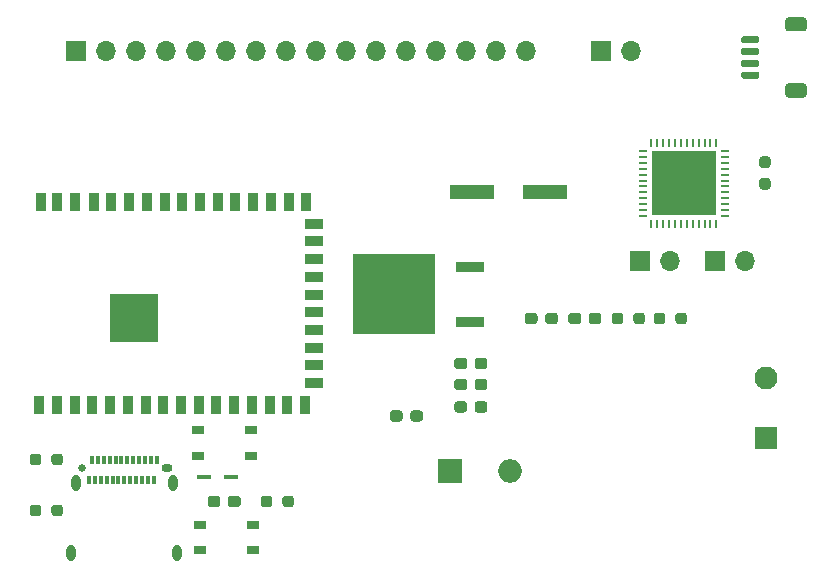
<source format=gbr>
%TF.GenerationSoftware,KiCad,Pcbnew,(5.1.9-0-10_14)*%
%TF.CreationDate,2021-04-08T19:41:26-04:00*%
%TF.ProjectId,RoboCloud,526f626f-436c-46f7-9564-2e6b69636164,rev?*%
%TF.SameCoordinates,Original*%
%TF.FileFunction,Soldermask,Top*%
%TF.FilePolarity,Negative*%
%FSLAX46Y46*%
G04 Gerber Fmt 4.6, Leading zero omitted, Abs format (unit mm)*
G04 Created by KiCad (PCBNEW (5.1.9-0-10_14)) date 2021-04-08 19:41:26*
%MOMM*%
%LPD*%
G01*
G04 APERTURE LIST*
%ADD10C,1.950000*%
%ADD11R,1.950000X1.950000*%
%ADD12R,0.990600X0.711200*%
%ADD13R,2.000000X2.000000*%
%ADD14O,2.000000X2.000000*%
%ADD15R,4.100000X4.100000*%
%ADD16R,0.900000X1.500000*%
%ADD17R,1.500000X0.900000*%
%ADD18O,1.700000X1.700000*%
%ADD19R,1.700000X1.700000*%
%ADD20R,3.708400X1.219200*%
%ADD21R,1.168400X0.457200*%
%ADD22O,0.800000X1.400000*%
%ADD23R,0.300000X0.700000*%
%ADD24O,0.950000X0.650000*%
%ADD25C,0.650000*%
%ADD26R,0.704800X0.199200*%
%ADD27R,0.199200X0.704800*%
%ADD28R,5.499999X5.499999*%
%ADD29R,2.489200X0.939800*%
%ADD30R,6.934200X6.781800*%
G04 APERTURE END LIST*
D10*
%TO.C,J2*%
X193040000Y-95758000D03*
D11*
X193040000Y-100838000D03*
%TD*%
%TO.C,REF\u002A\u002A*%
G36*
G01*
X152063000Y-106409500D02*
X152063000Y-105934500D01*
G75*
G02*
X152300500Y-105697000I237500J0D01*
G01*
X152800500Y-105697000D01*
G75*
G02*
X153038000Y-105934500I0J-237500D01*
G01*
X153038000Y-106409500D01*
G75*
G02*
X152800500Y-106647000I-237500J0D01*
G01*
X152300500Y-106647000D01*
G75*
G02*
X152063000Y-106409500I0J237500D01*
G01*
G37*
G36*
G01*
X150238000Y-106409500D02*
X150238000Y-105934500D01*
G75*
G02*
X150475500Y-105697000I237500J0D01*
G01*
X150975500Y-105697000D01*
G75*
G02*
X151213000Y-105934500I0J-237500D01*
G01*
X151213000Y-106409500D01*
G75*
G02*
X150975500Y-106647000I-237500J0D01*
G01*
X150475500Y-106647000D01*
G75*
G02*
X150238000Y-106409500I0J237500D01*
G01*
G37*
%TD*%
%TO.C,C*%
G36*
G01*
X147454500Y-106409500D02*
X147454500Y-105934500D01*
G75*
G02*
X147692000Y-105697000I237500J0D01*
G01*
X148292000Y-105697000D01*
G75*
G02*
X148529500Y-105934500I0J-237500D01*
G01*
X148529500Y-106409500D01*
G75*
G02*
X148292000Y-106647000I-237500J0D01*
G01*
X147692000Y-106647000D01*
G75*
G02*
X147454500Y-106409500I0J237500D01*
G01*
G37*
G36*
G01*
X145729500Y-106409500D02*
X145729500Y-105934500D01*
G75*
G02*
X145967000Y-105697000I237500J0D01*
G01*
X146567000Y-105697000D01*
G75*
G02*
X146804500Y-105934500I0J-237500D01*
G01*
X146804500Y-106409500D01*
G75*
G02*
X146567000Y-106647000I-237500J0D01*
G01*
X145967000Y-106647000D01*
G75*
G02*
X145729500Y-106409500I0J237500D01*
G01*
G37*
%TD*%
D12*
%TO.C,SW1*%
X145069999Y-108145001D03*
X149570001Y-108145001D03*
X145069999Y-110294999D03*
X149570001Y-110294999D03*
%TD*%
%TO.C,REF\u002A\u002A*%
G36*
G01*
X196200001Y-66380000D02*
X194899999Y-66380000D01*
G75*
G02*
X194650000Y-66130001I0J249999D01*
G01*
X194650000Y-65429999D01*
G75*
G02*
X194899999Y-65180000I249999J0D01*
G01*
X196200001Y-65180000D01*
G75*
G02*
X196450000Y-65429999I0J-249999D01*
G01*
X196450000Y-66130001D01*
G75*
G02*
X196200001Y-66380000I-249999J0D01*
G01*
G37*
G36*
G01*
X196200001Y-71980000D02*
X194899999Y-71980000D01*
G75*
G02*
X194650000Y-71730001I0J249999D01*
G01*
X194650000Y-71029999D01*
G75*
G02*
X194899999Y-70780000I249999J0D01*
G01*
X196200001Y-70780000D01*
G75*
G02*
X196450000Y-71029999I0J-249999D01*
G01*
X196450000Y-71730001D01*
G75*
G02*
X196200001Y-71980000I-249999J0D01*
G01*
G37*
G36*
G01*
X192300000Y-67380000D02*
X191050000Y-67380000D01*
G75*
G02*
X190900000Y-67230000I0J150000D01*
G01*
X190900000Y-66930000D01*
G75*
G02*
X191050000Y-66780000I150000J0D01*
G01*
X192300000Y-66780000D01*
G75*
G02*
X192450000Y-66930000I0J-150000D01*
G01*
X192450000Y-67230000D01*
G75*
G02*
X192300000Y-67380000I-150000J0D01*
G01*
G37*
G36*
G01*
X192300000Y-68380000D02*
X191050000Y-68380000D01*
G75*
G02*
X190900000Y-68230000I0J150000D01*
G01*
X190900000Y-67930000D01*
G75*
G02*
X191050000Y-67780000I150000J0D01*
G01*
X192300000Y-67780000D01*
G75*
G02*
X192450000Y-67930000I0J-150000D01*
G01*
X192450000Y-68230000D01*
G75*
G02*
X192300000Y-68380000I-150000J0D01*
G01*
G37*
G36*
G01*
X192300000Y-69380000D02*
X191050000Y-69380000D01*
G75*
G02*
X190900000Y-69230000I0J150000D01*
G01*
X190900000Y-68930000D01*
G75*
G02*
X191050000Y-68780000I150000J0D01*
G01*
X192300000Y-68780000D01*
G75*
G02*
X192450000Y-68930000I0J-150000D01*
G01*
X192450000Y-69230000D01*
G75*
G02*
X192300000Y-69380000I-150000J0D01*
G01*
G37*
G36*
G01*
X192300000Y-70380000D02*
X191050000Y-70380000D01*
G75*
G02*
X190900000Y-70230000I0J150000D01*
G01*
X190900000Y-69930000D01*
G75*
G02*
X191050000Y-69780000I150000J0D01*
G01*
X192300000Y-69780000D01*
G75*
G02*
X192450000Y-69930000I0J-150000D01*
G01*
X192450000Y-70230000D01*
G75*
G02*
X192300000Y-70380000I-150000J0D01*
G01*
G37*
%TD*%
D13*
%TO.C,D1*%
X166217600Y-103632000D03*
D14*
X171297600Y-103632000D03*
%TD*%
D15*
%TO.C,U2*%
X139521000Y-90598000D03*
D16*
X131581000Y-80783000D03*
X132981000Y-80783000D03*
X134481000Y-80783000D03*
X136081000Y-80783000D03*
D17*
X154731000Y-84158000D03*
X154731000Y-82658000D03*
D16*
X154081000Y-80783000D03*
X152581000Y-80783000D03*
X151081000Y-80783000D03*
X149581000Y-80783000D03*
X148081000Y-80783000D03*
X146581000Y-80783000D03*
X145081000Y-80783000D03*
X143581000Y-80783000D03*
X142081000Y-80783000D03*
X140581000Y-80783000D03*
X139081000Y-80783000D03*
X137581000Y-80783000D03*
X150981000Y-98033000D03*
X149481000Y-98033000D03*
X147981000Y-98033000D03*
X146481000Y-98033000D03*
X144981000Y-98033000D03*
X143481000Y-98033000D03*
X141981000Y-98033000D03*
X140481000Y-98033000D03*
X138981000Y-98033000D03*
X137481000Y-98033000D03*
X135981000Y-98033000D03*
X134481000Y-98033000D03*
X132981000Y-98033000D03*
D17*
X154731000Y-85658000D03*
X154731000Y-87158000D03*
X154731000Y-88658000D03*
X154731000Y-90158000D03*
X154731000Y-91658000D03*
X154731000Y-93158000D03*
X154731000Y-94658000D03*
X154731000Y-96158000D03*
D16*
X153981000Y-98033000D03*
X152481000Y-98033000D03*
X131481000Y-98033000D03*
%TD*%
D18*
%TO.C,M2*%
X191198500Y-85852000D03*
D19*
X188658500Y-85852000D03*
%TD*%
%TO.C,C1*%
G36*
G01*
X172590000Y-90915500D02*
X172590000Y-90440500D01*
G75*
G02*
X172827500Y-90203000I237500J0D01*
G01*
X173427500Y-90203000D01*
G75*
G02*
X173665000Y-90440500I0J-237500D01*
G01*
X173665000Y-90915500D01*
G75*
G02*
X173427500Y-91153000I-237500J0D01*
G01*
X172827500Y-91153000D01*
G75*
G02*
X172590000Y-90915500I0J237500D01*
G01*
G37*
G36*
G01*
X174315000Y-90915500D02*
X174315000Y-90440500D01*
G75*
G02*
X174552500Y-90203000I237500J0D01*
G01*
X175152500Y-90203000D01*
G75*
G02*
X175390000Y-90440500I0J-237500D01*
G01*
X175390000Y-90915500D01*
G75*
G02*
X175152500Y-91153000I-237500J0D01*
G01*
X174552500Y-91153000D01*
G75*
G02*
X174315000Y-90915500I0J237500D01*
G01*
G37*
%TD*%
D20*
%TO.C,C2*%
X168097200Y-80010000D03*
X174294800Y-80010000D03*
%TD*%
%TO.C,C3*%
G36*
G01*
X163960000Y-98695500D02*
X163960000Y-99170500D01*
G75*
G02*
X163722500Y-99408000I-237500J0D01*
G01*
X163122500Y-99408000D01*
G75*
G02*
X162885000Y-99170500I0J237500D01*
G01*
X162885000Y-98695500D01*
G75*
G02*
X163122500Y-98458000I237500J0D01*
G01*
X163722500Y-98458000D01*
G75*
G02*
X163960000Y-98695500I0J-237500D01*
G01*
G37*
G36*
G01*
X162235000Y-98695500D02*
X162235000Y-99170500D01*
G75*
G02*
X161997500Y-99408000I-237500J0D01*
G01*
X161397500Y-99408000D01*
G75*
G02*
X161160000Y-99170500I0J237500D01*
G01*
X161160000Y-98695500D01*
G75*
G02*
X161397500Y-98458000I237500J0D01*
G01*
X161997500Y-98458000D01*
G75*
G02*
X162235000Y-98695500I0J-237500D01*
G01*
G37*
%TD*%
%TO.C,C4*%
G36*
G01*
X177998000Y-90915500D02*
X177998000Y-90440500D01*
G75*
G02*
X178235500Y-90203000I237500J0D01*
G01*
X178835500Y-90203000D01*
G75*
G02*
X179073000Y-90440500I0J-237500D01*
G01*
X179073000Y-90915500D01*
G75*
G02*
X178835500Y-91153000I-237500J0D01*
G01*
X178235500Y-91153000D01*
G75*
G02*
X177998000Y-90915500I0J237500D01*
G01*
G37*
G36*
G01*
X176273000Y-90915500D02*
X176273000Y-90440500D01*
G75*
G02*
X176510500Y-90203000I237500J0D01*
G01*
X177110500Y-90203000D01*
G75*
G02*
X177348000Y-90440500I0J-237500D01*
G01*
X177348000Y-90915500D01*
G75*
G02*
X177110500Y-91153000I-237500J0D01*
G01*
X176510500Y-91153000D01*
G75*
G02*
X176273000Y-90915500I0J237500D01*
G01*
G37*
%TD*%
%TO.C,C5*%
G36*
G01*
X168346000Y-98408500D02*
X168346000Y-97933500D01*
G75*
G02*
X168583500Y-97696000I237500J0D01*
G01*
X169183500Y-97696000D01*
G75*
G02*
X169421000Y-97933500I0J-237500D01*
G01*
X169421000Y-98408500D01*
G75*
G02*
X169183500Y-98646000I-237500J0D01*
G01*
X168583500Y-98646000D01*
G75*
G02*
X168346000Y-98408500I0J237500D01*
G01*
G37*
G36*
G01*
X166621000Y-98408500D02*
X166621000Y-97933500D01*
G75*
G02*
X166858500Y-97696000I237500J0D01*
G01*
X167458500Y-97696000D01*
G75*
G02*
X167696000Y-97933500I0J-237500D01*
G01*
X167696000Y-98408500D01*
G75*
G02*
X167458500Y-98646000I-237500J0D01*
G01*
X166858500Y-98646000D01*
G75*
G02*
X166621000Y-98408500I0J237500D01*
G01*
G37*
%TD*%
%TO.C,C6*%
G36*
G01*
X168346000Y-96503500D02*
X168346000Y-96028500D01*
G75*
G02*
X168583500Y-95791000I237500J0D01*
G01*
X169183500Y-95791000D01*
G75*
G02*
X169421000Y-96028500I0J-237500D01*
G01*
X169421000Y-96503500D01*
G75*
G02*
X169183500Y-96741000I-237500J0D01*
G01*
X168583500Y-96741000D01*
G75*
G02*
X168346000Y-96503500I0J237500D01*
G01*
G37*
G36*
G01*
X166621000Y-96503500D02*
X166621000Y-96028500D01*
G75*
G02*
X166858500Y-95791000I237500J0D01*
G01*
X167458500Y-95791000D01*
G75*
G02*
X167696000Y-96028500I0J-237500D01*
G01*
X167696000Y-96503500D01*
G75*
G02*
X167458500Y-96741000I-237500J0D01*
G01*
X166858500Y-96741000D01*
G75*
G02*
X166621000Y-96503500I0J237500D01*
G01*
G37*
%TD*%
%TO.C,C7*%
G36*
G01*
X166621000Y-94725500D02*
X166621000Y-94250500D01*
G75*
G02*
X166858500Y-94013000I237500J0D01*
G01*
X167458500Y-94013000D01*
G75*
G02*
X167696000Y-94250500I0J-237500D01*
G01*
X167696000Y-94725500D01*
G75*
G02*
X167458500Y-94963000I-237500J0D01*
G01*
X166858500Y-94963000D01*
G75*
G02*
X166621000Y-94725500I0J237500D01*
G01*
G37*
G36*
G01*
X168346000Y-94725500D02*
X168346000Y-94250500D01*
G75*
G02*
X168583500Y-94013000I237500J0D01*
G01*
X169183500Y-94013000D01*
G75*
G02*
X169421000Y-94250500I0J-237500D01*
G01*
X169421000Y-94725500D01*
G75*
G02*
X169183500Y-94963000I-237500J0D01*
G01*
X168583500Y-94963000D01*
G75*
G02*
X168346000Y-94725500I0J237500D01*
G01*
G37*
%TD*%
D21*
%TO.C,D2*%
X145427700Y-104140000D03*
X147688300Y-104140000D03*
%TD*%
D19*
%TO.C,PINS*%
X134620000Y-68072000D03*
D18*
X137160000Y-68072000D03*
X139700000Y-68072000D03*
X142240000Y-68072000D03*
X144780000Y-68072000D03*
X147320000Y-68072000D03*
X149860000Y-68072000D03*
X152400000Y-68072000D03*
X154940000Y-68072000D03*
X157480000Y-68072000D03*
X160020000Y-68072000D03*
X162560000Y-68072000D03*
X165100000Y-68072000D03*
X167640000Y-68072000D03*
X170180000Y-68072000D03*
X172720000Y-68072000D03*
%TD*%
D22*
%TO.C,J3*%
X134554000Y-104586000D03*
D23*
X135934000Y-102676000D03*
X136434000Y-102676000D03*
X136934000Y-102676000D03*
X137434000Y-102676000D03*
X137934000Y-102676000D03*
X138434000Y-102676000D03*
X138934000Y-102676000D03*
X141434000Y-102676000D03*
X140434000Y-102676000D03*
X139934000Y-102676000D03*
X139434000Y-102676000D03*
X140934000Y-102676000D03*
X141184000Y-104376000D03*
D22*
X142814000Y-104586000D03*
X143174000Y-110536000D03*
X134194000Y-110536000D03*
D24*
X142284000Y-103336000D03*
D25*
X135084000Y-103336000D03*
D23*
X140684000Y-104376000D03*
X140184000Y-104376000D03*
X139684000Y-104376000D03*
X139184000Y-104376000D03*
X138684000Y-104376000D03*
X138184000Y-104376000D03*
X137684000Y-104376000D03*
X137184000Y-104376000D03*
X136684000Y-104376000D03*
X136184000Y-104376000D03*
X135684000Y-104376000D03*
%TD*%
D19*
%TO.C,GND*%
X179070000Y-68072000D03*
D18*
X181610000Y-68072000D03*
%TD*%
%TO.C,M1*%
X184912000Y-85852000D03*
D19*
X182372000Y-85852000D03*
%TD*%
%TO.C,R1*%
G36*
G01*
X179956000Y-90915500D02*
X179956000Y-90440500D01*
G75*
G02*
X180193500Y-90203000I237500J0D01*
G01*
X180693500Y-90203000D01*
G75*
G02*
X180931000Y-90440500I0J-237500D01*
G01*
X180931000Y-90915500D01*
G75*
G02*
X180693500Y-91153000I-237500J0D01*
G01*
X180193500Y-91153000D01*
G75*
G02*
X179956000Y-90915500I0J237500D01*
G01*
G37*
G36*
G01*
X181781000Y-90915500D02*
X181781000Y-90440500D01*
G75*
G02*
X182018500Y-90203000I237500J0D01*
G01*
X182518500Y-90203000D01*
G75*
G02*
X182756000Y-90440500I0J-237500D01*
G01*
X182756000Y-90915500D01*
G75*
G02*
X182518500Y-91153000I-237500J0D01*
G01*
X182018500Y-91153000D01*
G75*
G02*
X181781000Y-90915500I0J237500D01*
G01*
G37*
%TD*%
%TO.C,R2*%
G36*
G01*
X186312000Y-90440500D02*
X186312000Y-90915500D01*
G75*
G02*
X186074500Y-91153000I-237500J0D01*
G01*
X185574500Y-91153000D01*
G75*
G02*
X185337000Y-90915500I0J237500D01*
G01*
X185337000Y-90440500D01*
G75*
G02*
X185574500Y-90203000I237500J0D01*
G01*
X186074500Y-90203000D01*
G75*
G02*
X186312000Y-90440500I0J-237500D01*
G01*
G37*
G36*
G01*
X184487000Y-90440500D02*
X184487000Y-90915500D01*
G75*
G02*
X184249500Y-91153000I-237500J0D01*
G01*
X183749500Y-91153000D01*
G75*
G02*
X183512000Y-90915500I0J237500D01*
G01*
X183512000Y-90440500D01*
G75*
G02*
X183749500Y-90203000I237500J0D01*
G01*
X184249500Y-90203000D01*
G75*
G02*
X184487000Y-90440500I0J-237500D01*
G01*
G37*
%TD*%
%TO.C,Re*%
G36*
G01*
X192675500Y-78784000D02*
X193150500Y-78784000D01*
G75*
G02*
X193388000Y-79021500I0J-237500D01*
G01*
X193388000Y-79521500D01*
G75*
G02*
X193150500Y-79759000I-237500J0D01*
G01*
X192675500Y-79759000D01*
G75*
G02*
X192438000Y-79521500I0J237500D01*
G01*
X192438000Y-79021500D01*
G75*
G02*
X192675500Y-78784000I237500J0D01*
G01*
G37*
G36*
G01*
X192675500Y-76959000D02*
X193150500Y-76959000D01*
G75*
G02*
X193388000Y-77196500I0J-237500D01*
G01*
X193388000Y-77696500D01*
G75*
G02*
X193150500Y-77934000I-237500J0D01*
G01*
X192675500Y-77934000D01*
G75*
G02*
X192438000Y-77696500I0J237500D01*
G01*
X192438000Y-77196500D01*
G75*
G02*
X192675500Y-76959000I237500J0D01*
G01*
G37*
%TD*%
%TO.C,R4*%
G36*
G01*
X133480000Y-102378500D02*
X133480000Y-102853500D01*
G75*
G02*
X133242500Y-103091000I-237500J0D01*
G01*
X132742500Y-103091000D01*
G75*
G02*
X132505000Y-102853500I0J237500D01*
G01*
X132505000Y-102378500D01*
G75*
G02*
X132742500Y-102141000I237500J0D01*
G01*
X133242500Y-102141000D01*
G75*
G02*
X133480000Y-102378500I0J-237500D01*
G01*
G37*
G36*
G01*
X131655000Y-102378500D02*
X131655000Y-102853500D01*
G75*
G02*
X131417500Y-103091000I-237500J0D01*
G01*
X130917500Y-103091000D01*
G75*
G02*
X130680000Y-102853500I0J237500D01*
G01*
X130680000Y-102378500D01*
G75*
G02*
X130917500Y-102141000I237500J0D01*
G01*
X131417500Y-102141000D01*
G75*
G02*
X131655000Y-102378500I0J-237500D01*
G01*
G37*
%TD*%
%TO.C,R5*%
G36*
G01*
X132505000Y-107171500D02*
X132505000Y-106696500D01*
G75*
G02*
X132742500Y-106459000I237500J0D01*
G01*
X133242500Y-106459000D01*
G75*
G02*
X133480000Y-106696500I0J-237500D01*
G01*
X133480000Y-107171500D01*
G75*
G02*
X133242500Y-107409000I-237500J0D01*
G01*
X132742500Y-107409000D01*
G75*
G02*
X132505000Y-107171500I0J237500D01*
G01*
G37*
G36*
G01*
X130680000Y-107171500D02*
X130680000Y-106696500D01*
G75*
G02*
X130917500Y-106459000I237500J0D01*
G01*
X131417500Y-106459000D01*
G75*
G02*
X131655000Y-106696500I0J-237500D01*
G01*
X131655000Y-107171500D01*
G75*
G02*
X131417500Y-107409000I-237500J0D01*
G01*
X130917500Y-107409000D01*
G75*
G02*
X130680000Y-107171500I0J237500D01*
G01*
G37*
%TD*%
D12*
%TO.C,SW1*%
X149443001Y-102293999D03*
X144942999Y-102293999D03*
X149443001Y-100144001D03*
X144942999Y-100144001D03*
%TD*%
D26*
%TO.C,U1*%
X182602602Y-76498000D03*
X182602602Y-76997999D03*
X182602602Y-77498001D03*
X182602602Y-77998000D03*
X182602602Y-78497999D03*
X182602602Y-78998000D03*
X182602602Y-79498000D03*
X182602602Y-79998001D03*
X182602602Y-80498000D03*
X182602602Y-80997999D03*
X182602602Y-81498001D03*
X182602602Y-81998000D03*
D27*
X183305000Y-82700398D03*
X183804999Y-82700398D03*
X184305001Y-82700398D03*
X184805000Y-82700398D03*
X185304999Y-82700398D03*
X185805000Y-82700398D03*
X186305000Y-82700398D03*
X186805001Y-82700398D03*
X187305000Y-82700398D03*
X187804999Y-82700398D03*
X188305001Y-82700398D03*
X188805000Y-82700398D03*
D26*
X189507398Y-81998000D03*
X189507398Y-81498001D03*
X189507398Y-80997999D03*
X189507398Y-80498000D03*
X189507398Y-79998001D03*
X189507398Y-79498000D03*
X189507398Y-78998000D03*
X189507398Y-78497999D03*
X189507398Y-77998000D03*
X189507398Y-77498001D03*
X189507398Y-76997999D03*
X189507398Y-76498000D03*
D27*
X188805000Y-75795602D03*
X188305001Y-75795602D03*
X187804999Y-75795602D03*
X187305000Y-75795602D03*
X186805001Y-75795602D03*
X186305000Y-75795602D03*
X185805000Y-75795602D03*
X185304999Y-75795602D03*
X184805000Y-75795602D03*
X184305001Y-75795602D03*
X183804999Y-75795602D03*
X183305000Y-75795602D03*
D28*
X186055000Y-79248000D03*
%TD*%
D29*
%TO.C,U1*%
X167957500Y-90936001D03*
D30*
X161544000Y-88646000D03*
D29*
X167957500Y-86355999D03*
%TD*%
M02*

</source>
